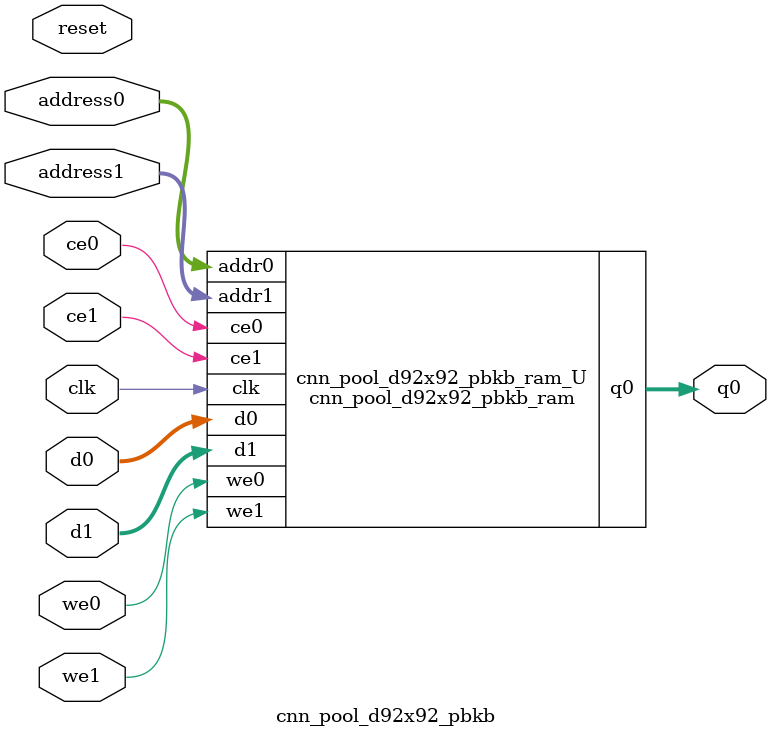
<source format=v>

`timescale 1 ns / 1 ps
module cnn_pool_d92x92_pbkb_ram (addr0, ce0, d0, we0, q0, addr1, ce1, d1, we1,  clk);

parameter DWIDTH = 32;
parameter AWIDTH = 7;
parameter MEM_SIZE = 92;

input[AWIDTH-1:0] addr0;
input ce0;
input[DWIDTH-1:0] d0;
input we0;
output reg[DWIDTH-1:0] q0;
input[AWIDTH-1:0] addr1;
input ce1;
input[DWIDTH-1:0] d1;
input we1;
input clk;

(* ram_style = "block" *)reg [DWIDTH-1:0] ram[0:MEM_SIZE-1];




always @(posedge clk)  
begin 
    if (ce0) 
    begin
        if (we0) 
        begin 
            ram[addr0] <= d0; 
            q0 <= d0;
        end 
        else 
            q0 <= ram[addr0];
    end
end


always @(posedge clk)  
begin 
    if (ce1) 
    begin
        if (we1) 
        begin 
            ram[addr1] <= d1; 
        end 
    end
end


endmodule


`timescale 1 ns / 1 ps
module cnn_pool_d92x92_pbkb(
    reset,
    clk,
    address0,
    ce0,
    we0,
    d0,
    q0,
    address1,
    ce1,
    we1,
    d1);

parameter DataWidth = 32'd32;
parameter AddressRange = 32'd92;
parameter AddressWidth = 32'd7;
input reset;
input clk;
input[AddressWidth - 1:0] address0;
input ce0;
input we0;
input[DataWidth - 1:0] d0;
output[DataWidth - 1:0] q0;
input[AddressWidth - 1:0] address1;
input ce1;
input we1;
input[DataWidth - 1:0] d1;



cnn_pool_d92x92_pbkb_ram cnn_pool_d92x92_pbkb_ram_U(
    .clk( clk ),
    .addr0( address0 ),
    .ce0( ce0 ),
    .d0( d0 ),
    .we0( we0 ),
    .q0( q0 ),
    .addr1( address1 ),
    .ce1( ce1 ),
    .d1( d1 ),
    .we1( we1 ));

endmodule


</source>
